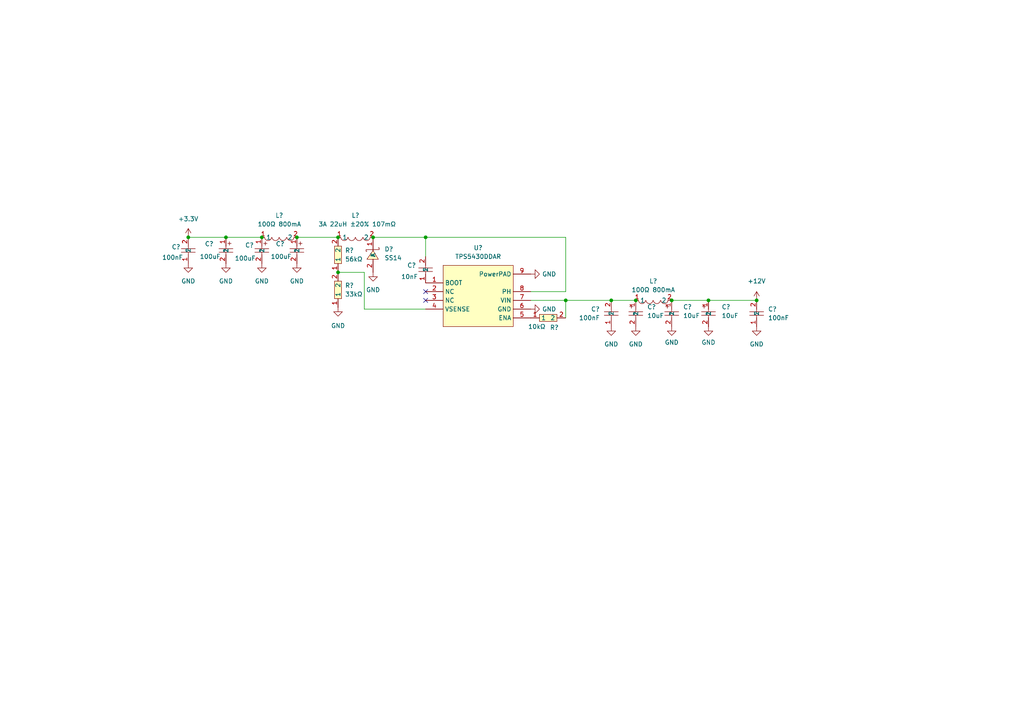
<source format=kicad_sch>
(kicad_sch (version 20211123) (generator eeschema)
  (paper "A4")
  (lib_symbols
    (symbol "easyeda2kicad: 3A 22uH ±20% 107mΩ"
      (property "Reference" "L" (at 0 5.08 0))
      (property "Value" " 3A 22uH ±20% 107mΩ" (at 0 -5.08 0))
      (symbol " 3A 22uH ±20% 107mΩ_0_1"
        (arc (start -4.29 -0.02) (mid -2.81 -1.01) (end -2.27 -0.02))
        (arc (start -2.13 -0.02) (mid -0.66 -1.01) (end -0.11 -0.02))
        (arc (start 0.02 -0.02) (mid 1.49 -1.01) (end 2.04 -0.02))
        (arc (start 2.21 -0.02) (mid 3.68 -1.01) (end 4.23 -0.02))
        (pin unspecified line (at -5.08 0 0) (length 0.762) (name "1") (number "1"))
        (pin unspecified line (at 5.08 0 180) (length 0.762) (name "2") (number "2"))
      )
    )
    (symbol "easyeda2kicad:100uF 6.3V Tantal 3528"
      (property "Reference" "C" (at 0 5.08 0))
      (property "Value" "100uF 6.3V Tantal 3528" (at 0 -5.08 0))
      (symbol "100uF 6.3V Tantal 3528_0_1"
        (polyline (pts (xy -0.51 0) (xy -1.27 0)))
        (polyline (pts (xy -0.51 2.03) (xy -0.51 -2.03)))
        (polyline (pts (xy 0.51 2.03) (xy 0.51 -2.03)))
        (polyline (pts (xy 1.27 0) (xy 0.51 0)))
        (polyline (pts (xy 2.03 1.52) (xy 2.03 0.51)))
        (polyline (pts (xy 2.54 1.02) (xy 1.52 1.02)))
        (pin input line (at 3.81 0 180) (length 2.54) (name "1") (number "1"))
        (pin input line (at -3.81 0 0) (length 2.54) (name "2") (number "2"))
      )
    )
    (symbol "easyeda2kicad:100Ω 800mA"
      (property "Reference" "L" (at 0 5.08 0))
      (property "Value" "100Ω 800mA" (at 0 -5.08 0))
      (symbol "100Ω 800mA_0_1"
        (arc (start -4.29 -0.02) (mid -2.52 -0.79) (end -2.27 -0.02))
        (arc (start -2.13 -0.02) (mid -0.36 -0.79) (end -0.11 -0.02))
        (arc (start 0.02 -0.02) (mid 1.79 -0.79) (end 2.04 -0.02))
        (arc (start 2.21 -0.02) (mid 3.3 -1.12) (end 4.23 -0.02))
        (pin unspecified line (at -5.08 0 0) (length 0.762) (name "1") (number "1"))
        (pin unspecified line (at 5.08 0 180) (length 0.762) (name "2") (number "2"))
      )
    )
    (symbol "easyeda2kicad:10kΩ 0402 50V"
      (property "Reference" "R" (at 0 5.08 0))
      (property "Value" "10kΩ 0402 50V" (at 0 -5.08 0))
      (symbol "10kΩ 0402 50V_0_1"
        (rectangle (start -2.54 1.02) (end 2.54 -1.02) (fill (type background)))
        (pin input line (at -5.08 0 0) (length 2.54) (name "1") (number "1"))
        (pin input line (at 5.08 0 180) (length 2.54) (name "2") (number "2"))
      )
    )
    (symbol "easyeda2kicad:10uF 16V Tantal 3216"
      (property "Reference" "C" (at 0 5.08 0))
      (property "Value" "10uF 16V Tantal 3216" (at 0 -5.08 0))
      (symbol "10uF 16V Tantal 3216_0_1"
        (polyline (pts (xy -0.51 -2.03) (xy -0.51 2.03)))
        (polyline (pts (xy -0.51 0) (xy -1.27 0)))
        (polyline (pts (xy 0.51 -2.03) (xy 0.51 2.03)))
        (polyline (pts (xy 1.27 0) (xy 0.51 0)))
        (polyline (pts (xy 1.52 1.27) (xy 2.54 1.27)))
        (polyline (pts (xy 2.03 1.78) (xy 2.03 0.76)))
        (pin input line (at 3.81 0 180) (length 2.54) (name "1") (number "1"))
        (pin input line (at -3.81 0 0) (length 2.54) (name "2") (number "2"))
      )
    )
    (symbol "easyeda2kicad:16V 100nF X7R ±10% 0402"
      (property "Reference" "C" (at 0 5.08 0))
      (property "Value" "16V 100nF X7R ±10% 0402" (at 0 -5.08 0))
      (symbol "16V 100nF X7R ±10% 0402_0_1"
        (polyline (pts (xy -1.27 0) (xy -0.51 0)))
        (polyline (pts (xy -0.51 2.03) (xy -0.51 -2.03)))
        (polyline (pts (xy 0.51 0) (xy 1.27 0)))
        (polyline (pts (xy 0.51 2.03) (xy 0.51 -2.03)))
        (pin input line (at -3.81 0 0) (length 2.54) (name "1") (number "1"))
        (pin input line (at 3.81 0 180) (length 2.54) (name "2") (number "2"))
      )
    )
    (symbol "easyeda2kicad:33kΩ 0402 50V"
      (property "Reference" "R" (at 0 5.08 0))
      (property "Value" "33kΩ 0402 50V" (at 0 -5.08 0))
      (symbol "33kΩ 0402 50V_0_1"
        (rectangle (start -2.54 1.02) (end 2.54 -1.02) (fill (type background)))
        (pin input line (at -5.08 0 0) (length 2.54) (name "1") (number "1"))
        (pin input line (at 5.08 0 180) (length 2.54) (name "2") (number "2"))
      )
    )
    (symbol "easyeda2kicad:50V 10nF X7R ±10% 0402"
      (property "Reference" "C" (at 0 5.08 0))
      (property "Value" "50V 10nF X7R ±10% 0402" (at 0 -5.08 0))
      (symbol "50V 10nF X7R ±10% 0402_0_1"
        (polyline (pts (xy -1.27 0) (xy -0.51 0)))
        (polyline (pts (xy -0.51 2.03) (xy -0.51 -2.03)))
        (polyline (pts (xy 0.51 0) (xy 1.27 0)))
        (polyline (pts (xy 0.51 2.03) (xy 0.51 -2.03)))
        (pin input line (at -3.81 0 0) (length 2.54) (name "1") (number "1"))
        (pin input line (at 3.81 0 180) (length 2.54) (name "2") (number "2"))
      )
    )
    (symbol "easyeda2kicad:56kΩ 0402 50V"
      (property "Reference" "R" (at 0 5.08 0))
      (property "Value" "56kΩ 0402 50V" (at 0 -5.08 0))
      (symbol "56kΩ 0402 50V_0_1"
        (rectangle (start -2.54 1.02) (end 2.54 -1.02) (fill (type background)))
        (pin input line (at -5.08 0 0) (length 2.54) (name "1") (number "1"))
        (pin input line (at 5.08 0 180) (length 2.54) (name "2") (number "2"))
      )
    )
    (symbol "easyeda2kicad:SS14"
      (property "Reference" "D" (at 0 5.08 0))
      (property "Value" "SS14" (at 0 -5.08 0))
      (symbol "SS14_0_1"
        (polyline (pts (xy 1.27 1.52) (xy -1.27 0) (xy 1.27 -1.78) (xy 1.27 1.52)) (fill (type background)))
        (polyline (pts (xy -2.03 1.52) (xy -2.03 1.78) (xy -1.52 1.78) (xy -1.52 -2.03) (xy -1.02 -2.03) (xy -1.02 -1.78)))
        (pin unspecified line (at -5.08 0 0) (length 3.81) (name "K") (number "1"))
        (pin unspecified line (at 5.08 0 180) (length 3.81) (name "A") (number "2"))
      )
    )
    (symbol "easyeda2kicad:TPS5430DDAR"
      (property "Reference" "U" (at 0 11.43 0))
      (property "Value" "TPS5430DDAR" (at 0 -11.43 0))
      (symbol "TPS5430DDAR_0_1"
        (rectangle (start -10.16 8.89) (end 10.16 -8.89) (fill (type background)))
        (pin unspecified line (at -15.24 3.81 0) (length 5.08) (name "BOOT") (number "1"))
        (pin unspecified line (at -15.24 1.27 0) (length 5.08) (name "NC") (number "2"))
        (pin unspecified line (at -15.24 -1.27 0) (length 5.08) (name "NC") (number "3"))
        (pin unspecified line (at -15.24 -3.81 0) (length 5.08) (name "VSENSE") (number "4"))
        (pin unspecified line (at 15.24 -6.35 180) (length 5.08) (name "ENA") (number "5"))
        (pin unspecified line (at 15.24 -3.81 180) (length 5.08) (name "GND") (number "6"))
        (pin unspecified line (at 15.24 -1.27 180) (length 5.08) (name "VIN") (number "7"))
        (pin unspecified line (at 15.24 1.27 180) (length 5.08) (name "PH") (number "8"))
        (pin unspecified line (at 15.24 6.35 180) (length 5.08) (name "PowerPAD") (number "9"))
      )
    )
    (symbol "power:+12V" (power) (pin_names (offset 0))
      (property "Value" "+12V" (at 0 3.556 0))
      (symbol "+12V_0_1"
        (polyline (pts (xy -0.762 1.27) (xy 0 2.54)))
        (polyline (pts (xy 0 0) (xy 0 2.54)))
        (polyline (pts (xy 0 2.54) (xy 0.762 1.27)))
      )
      (symbol "+12V_1_1"
        (pin power_in line (at 0 0 90) (length 0) hide (name "+12V") (number "1"))
      )
    )
    (symbol "power:+3.3V" (power) (pin_names (offset 0))
      (property "Value" "+3.3V" (at 0 3.556 0))
      (symbol "+3.3V_0_1"
        (polyline (pts (xy -0.762 1.27) (xy 0 2.54)))
        (polyline (pts (xy 0 0) (xy 0 2.54)))
        (polyline (pts (xy 0 2.54) (xy 0.762 1.27)))
      )
      (symbol "+3.3V_1_1"
        (pin power_in line (at 0 0 90) (length 0) hide (name "+3.3V") (number "1"))
      )
    )
    (symbol "power:GND" (power) (pin_names (offset 0))
      (property "Value" "GND" (at 0 -3.81 0))
      (symbol "GND_0_1"
        (polyline (pts (xy 0 0) (xy 0 -1.27) (xy 1.27 -1.27) (xy 0 -2.54) (xy -1.27 -1.27) (xy 0 -1.27)))
      )
      (symbol "GND_1_1"
        (pin power_in line (at 0 0 270) (length 0) hide (name "GND") (number "1"))
      )
    )
  )
  (junction (at 54.61 68.834))
  (junction (at 86.106 68.834))
  (junction (at 194.818 87.122))
  (junction (at 177.292 87.122))
  (junction (at 184.404 87.122))
  (junction (at 164.084 87.122))
  (junction (at 108.204 68.834))
  (junction (at 65.532 68.834))
  (junction (at 75.946 68.834))
  (junction (at 98.044 68.834))
  (junction (at 98.044 78.994))
  (junction (at 205.486 87.122))
  (junction (at 123.444 68.834))
  (junction (at 219.456 87.122))
  (no_connect (at 123.444 84.582))
  (no_connect (at 123.444 87.122))
  (wire (pts (xy 164.084 87.122) (xy 177.292 87.122)))
  (wire (pts (xy 108.204 68.834) (xy 123.444 68.834)))
  (wire (pts (xy 105.664 89.662) (xy 105.664 78.994)))
  (wire (pts (xy 123.444 89.662) (xy 105.664 89.662)))
  (wire (pts (xy 177.292 87.122) (xy 184.404 87.122)))
  (wire (pts (xy 123.444 74.422) (xy 123.444 68.834)))
  (wire (pts (xy 164.084 84.582) (xy 153.924 84.582)))
  (wire (pts (xy 164.084 87.122) (xy 153.924 87.122)))
  (wire (pts (xy 105.664 78.994) (xy 98.044 78.994)))
  (wire (pts (xy 164.084 92.202) (xy 164.084 87.122)))
  (wire (pts (xy 194.818 87.122) (xy 205.486 87.122)))
  (wire (pts (xy 194.564 87.122) (xy 194.818 87.122)))
  (wire (pts (xy 65.532 68.834) (xy 75.946 68.834)))
  (wire (pts (xy 164.084 68.834) (xy 164.084 84.582)))
  (wire (pts (xy 98.044 68.834) (xy 86.106 68.834)))
  (wire (pts (xy 54.61 68.834) (xy 65.532 68.834)))
  (wire (pts (xy 205.486 87.122) (xy 219.456 87.122)))
  (wire (pts (xy 123.444 68.834) (xy 164.084 68.834)))
  (symbol (lib_id "easyeda2kicad:100uF 6.3V Tantal 3528") (at 75.946 72.644 270) (mirror x) (unit 1)
    (property "Reference" "C?" (at 73.66 71.12 90) (effects (justify right)))
    (property "Value" "100uF" (at 74.168 74.93 90) (effects (justify right)))
    (property "Footprint" "easyeda2kicad:CAP-SMD_L3.5-W2.8" (effects hide))
    (property "Datasheet" "https://lcsc.com/product-detail/Tantalum-Capacitors_AVX_TAJB107K006RNJ_100uF-107-10-6-3V_C16133.html" (effects hide))
    (property "Manufacturer" "Kyocera AVX" (effects hide))
    (property "LCSC Part" "C16133" (effects hide))
    (property "JLC Part" "Basic Part" (effects hide))
  )
  (symbol (lib_id "easyeda2kicad:16V 100nF X7R ±10% 0402") (at 219.456 90.932 90) (unit 1)
    (property "Reference" "C?" (at 222.758 89.6619 90) (effects (justify right)))
    (property "Value" "100nF" (at 222.758 92.2019 90) (effects (justify right)))
    (property "Footprint" "easyeda2kicad:C0402_NEW" (effects hide))
    (property "Datasheet" "https://lcsc.com/product-detail/Multilayer-Ceramic-Capacitors-MLCC-SMD-SMT_SAMSUNG_CL05B104KO5NNNC_100nF-104-10-16V_C1525.html" (effects hide))
    (property "Manufacturer" "SAMSUNG(三星)" (effects hide))
    (property "LCSC Part" "C1525" (effects hide))
    (property "JLC Part" "Basic Part" (effects hide))
  )
  (symbol (lib_id "easyeda2kicad:33kΩ 0402 50V") (at 98.044 84.074 90) (unit 1)
    (property "Reference" "R?" (at 100.076 82.8039 90) (effects (justify right)))
    (property "Value" "33kΩ" (at 100.076 85.3439 90) (effects (justify right)))
    (property "Footprint" "easyeda2kicad:R0402" (effects hide))
    (property "Datasheet" "https://lcsc.com/product-detail/Chip-Resistor-Surface-Mount-UniOhm_33KR-3302-1_C25779.html" (effects hide))
    (property "Manufacturer" "UNI-ROYAL(厚声)" (effects hide))
    (property "LCSC Part" "C25779" (effects hide))
    (property "JLC Part" "Basic Part" (effects hide))
  )
  (symbol (lib_id "power:GND") (at 98.044 89.154 0) (unit 1)
    (property "Reference" "#PWR?" (effects hide))
    (property "Value" "GND" (at 98.044 94.488 0))
  )
  (symbol (lib_id "easyeda2kicad:10uF 16V Tantal 3216") (at 194.818 90.932 90) (unit 1)
    (property "Reference" "C?" (at 198.12 89.0269 90) (effects (justify right)))
    (property "Value" "10uF " (at 198.12 91.5669 90) (effects (justify right)))
    (property "Footprint" "easyeda2kicad:CAP-SMD_L3.2-W1.6-RD-C7171" (effects hide))
    (property "Datasheet" "https://lcsc.com/product-detail/Tantalum-Capacitors_AVX_TAJA106K016RNJ_10uF-106-10-16V_C7171.html" (effects hide))
    (property "Manufacturer" "Kyocera AVX" (effects hide))
    (property "LCSC Part" "C7171" (effects hide))
    (property "JLC Part" "Basic Part" (effects hide))
  )
  (symbol (lib_id "easyeda2kicad:100uF 6.3V Tantal 3528") (at 86.106 72.644 270) (mirror x) (unit 1)
    (property "Reference" "C?" (at 82.55 70.7389 90) (effects (justify right)))
    (property "Value" "100uF" (at 84.582 74.422 90) (effects (justify right)))
    (property "Footprint" "easyeda2kicad:CAP-SMD_L3.5-W2.8" (effects hide))
    (property "Datasheet" "https://lcsc.com/product-detail/Tantalum-Capacitors_AVX_TAJB107K006RNJ_100uF-107-10-6-3V_C16133.html" (effects hide))
    (property "Manufacturer" "Kyocera AVX" (effects hide))
    (property "LCSC Part" "C16133" (effects hide))
    (property "JLC Part" "Basic Part" (effects hide))
  )
  (symbol (lib_id "power:GND") (at 177.292 94.742 0) (mirror y) (unit 1)
    (property "Reference" "#PWR?" (effects hide))
    (property "Value" "GND" (at 177.292 99.822 0))
  )
  (symbol (lib_id "easyeda2kicad:100Ω 800mA") (at 81.026 68.834 0) (unit 1)
    (property "Reference" "L?" (at 81.026 62.484 0))
    (property "Value" "100Ω 800mA" (at 81.026 65.024 0))
    (property "Footprint" "easyeda2kicad:L0805" (effects hide))
    (property "Datasheet" "https://lcsc.com/product-detail/Ferrite-Beads-And-Chips_100R-25-100MHz_C1015.html" (effects hide))
    (property "Manufacturer" "Sunlord(顺络)" (effects hide))
    (property "LCSC Part" "C1015" (effects hide))
    (property "JLC Part" "Basic Part" (effects hide))
  )
  (symbol (lib_id "easyeda2kicad:TPS5430DDAR") (at 138.684 85.852 0) (unit 1)
    (property "Reference" "U?" (at 138.684 71.882 0))
    (property "Value" "TPS5430DDAR" (at 138.684 74.422 0))
    (property "Footprint" "easyeda2kicad:ESOP-8_L4.9-W3.9-P1.27-LS6.0-TL-EP" (effects hide))
    (property "Datasheet" "https://lcsc.com/product-detail/DC-DC-Converters_TI_TPS5430DDAR_TPS5430DDAR_C9864.html" (effects hide))
    (property "Manufacturer" "TI(德州仪器)" (effects hide))
    (property "LCSC Part" "C9864" (effects hide))
    (property "JLC Part" "Basic Part" (effects hide))
  )
  (symbol (lib_id "power:GND") (at 153.924 89.662 90) (unit 1)
    (property "Reference" "#PWR?" (effects hide))
    (property "Value" "GND" (at 157.226 89.6619 90) (effects (justify right)))
  )
  (symbol (lib_id "easyeda2kicad:56kΩ 0402 50V") (at 98.044 73.914 90) (unit 1)
    (property "Reference" "R?" (at 100.076 72.6439 90) (effects (justify right)))
    (property "Value" "56kΩ" (at 100.076 75.1839 90) (effects (justify right)))
    (property "Footprint" "easyeda2kicad:R0402" (effects hide))
    (property "Datasheet" "https://lcsc.com/product-detail/Chip-Resistor-Surface-Mount-UniOhm_56KR-5602-1_C25796.html" (effects hide))
    (property "Manufacturer" "UNI-ROYAL(厚声)" (effects hide))
    (property "LCSC Part" "C25796" (effects hide))
    (property "JLC Part" "Basic Part" (effects hide))
  )
  (symbol (lib_id "power:+3.3V") (at 54.61 68.834 0) (unit 1)
    (property "Reference" "#PWR?" (effects hide))
    (property "Value" "+3.3V" (at 54.61 63.5 0))
  )
  (symbol (lib_id "easyeda2kicad:10kΩ 0402 50V") (at 159.004 92.202 0) (unit 1)
    (property "Reference" "R?" (at 160.782 94.996 0))
    (property "Value" "10kΩ" (at 155.702 94.742 0))
    (property "Footprint" "easyeda2kicad:R0402" (effects hide))
    (property "Datasheet" "https://lcsc.com/product-detail/Chip-Resistor-Surface-Mount-UniOhm_10KR-1002-1_C25744.html" (effects hide))
    (property "Manufacturer" "UNI-ROYAL(厚声)" (effects hide))
    (property "LCSC Part" "C25744" (effects hide))
    (property "JLC Part" "Basic Part" (effects hide))
  )
  (symbol (lib_id "power:+12V") (at 219.456 87.122 0) (unit 1)
    (property "Reference" "#PWR?" (effects hide))
    (property "Value" "+12V" (at 219.456 81.534 0))
  )
  (symbol (lib_id "easyeda2kicad:SS14") (at 108.204 73.914 270) (unit 1)
    (property "Reference" "D?" (at 111.506 72.2639 90) (effects (justify left)))
    (property "Value" "SS14" (at 111.506 74.8039 90) (effects (justify left)))
    (property "Footprint" "easyeda2kicad:SMA_L4.2-W2.6-LS5.3-RD" (effects hide))
    (property "Datasheet" "https://lcsc.com/product-detail/Schottky-Barrier-Diodes-SBD_SS14_C2480.html" (effects hide))
    (property "Manufacturer" "MDD" (effects hide))
    (property "LCSC Part" "C2480" (effects hide))
    (property "JLC Part" "Basic Part" (effects hide))
  )
  (symbol (lib_id "easyeda2kicad:16V 100nF X7R ±10% 0402") (at 177.292 90.932 270) (mirror x) (unit 1)
    (property "Reference" "C?" (at 173.99 89.6619 90) (effects (justify right)))
    (property "Value" "100nF" (at 173.99 92.2019 90) (effects (justify right)))
    (property "Footprint" "easyeda2kicad:C0402_NEW" (effects hide))
    (property "Datasheet" "https://lcsc.com/product-detail/Multilayer-Ceramic-Capacitors-MLCC-SMD-SMT_SAMSUNG_CL05B104KO5NNNC_100nF-104-10-16V_C1525.html" (effects hide))
    (property "Manufacturer" "SAMSUNG(三星)" (effects hide))
    (property "LCSC Part" "C1525" (effects hide))
    (property "JLC Part" "Basic Part" (effects hide))
  )
  (symbol (lib_id "power:GND") (at 86.106 76.454 0) (unit 1)
    (property "Reference" "#PWR?" (effects hide))
    (property "Value" "GND" (at 86.106 81.534 0))
  )
  (symbol (lib_id "power:GND") (at 194.818 94.742 0) (unit 1)
    (property "Reference" "#PWR?" (effects hide))
    (property "Value" "GND" (at 194.818 99.314 0))
  )
  (symbol (lib_id "easyeda2kicad:100uF 6.3V Tantal 3528") (at 65.532 72.644 270) (mirror x) (unit 1)
    (property "Reference" "C?" (at 61.976 70.7389 90) (effects (justify right)))
    (property "Value" "100uF" (at 64.008 74.422 90) (effects (justify right)))
    (property "Footprint" "easyeda2kicad:CAP-SMD_L3.5-W2.8" (effects hide))
    (property "Datasheet" "https://lcsc.com/product-detail/Tantalum-Capacitors_AVX_TAJB107K006RNJ_100uF-107-10-6-3V_C16133.html" (effects hide))
    (property "Manufacturer" "Kyocera AVX" (effects hide))
    (property "LCSC Part" "C16133" (effects hide))
    (property "JLC Part" "Basic Part" (effects hide))
  )
  (symbol (lib_id "easyeda2kicad: 3A 22uH ±20% 107mΩ") (at 103.124 68.834 0) (unit 1)
    (property "Reference" "L?" (at 103.124 62.484 0))
    (property "Value" " 3A 22uH ±20% 107mΩ" (at 103.124 65.024 0))
    (property "Footprint" "easyeda2kicad:IND-SMD_L7.3-W6.6" (effects hide))
    (property "Datasheet" "https://lcsc.com/product-detail/Power-Inductors_YJYCOIN-YSPI0740-220M_C718397.html" (effects hide))
    (property "Manufacturer" "YJYCOIN(益嘉源)" (effects hide))
    (property "LCSC Part" "C718397" (effects hide))
    (property "JLC Part" "Extended Part" (effects hide))
  )
  (symbol (lib_id "easyeda2kicad:10uF 16V Tantal 3216") (at 205.486 90.932 90) (unit 1)
    (property "Reference" "C?" (at 209.296 89.0269 90) (effects (justify right)))
    (property "Value" "10uF " (at 209.296 91.5669 90) (effects (justify right)))
    (property "Footprint" "easyeda2kicad:CAP-SMD_L3.2-W1.6-RD-C7171" (effects hide))
    (property "Datasheet" "https://lcsc.com/product-detail/Tantalum-Capacitors_AVX_TAJA106K016RNJ_10uF-106-10-16V_C7171.html" (effects hide))
    (property "Manufacturer" "Kyocera AVX" (effects hide))
    (property "LCSC Part" "C7171" (effects hide))
    (property "JLC Part" "Basic Part" (effects hide))
  )
  (symbol (lib_id "power:GND") (at 54.61 76.454 0) (unit 1)
    (property "Reference" "#PWR?" (effects hide))
    (property "Value" "GND" (at 54.61 81.534 0))
  )
  (symbol (lib_id "power:GND") (at 65.532 76.454 0) (unit 1)
    (property "Reference" "#PWR?" (effects hide))
    (property "Value" "GND" (at 65.532 81.534 0))
  )
  (symbol (lib_id "power:GND") (at 108.204 78.994 0) (unit 1)
    (property "Reference" "#PWR?" (effects hide))
    (property "Value" "GND" (at 108.204 84.074 0))
  )
  (symbol (lib_id "easyeda2kicad:50V 10nF X7R ±10% 0402") (at 123.444 78.232 90) (unit 1)
    (property "Reference" "C?" (at 118.11 76.962 90) (effects (justify right)))
    (property "Value" "10nF" (at 116.332 80.264 90) (effects (justify right)))
    (property "Footprint" "easyeda2kicad:C0402" (effects hide))
    (property "Datasheet" "https://lcsc.com/product-detail/Multilayer-Ceramic-Capacitors-MLCC-SMD-SMT_SAMSUNG_CL05B103KB5NNNC_10nF-103-10-50V_C15195.html" (effects hide))
    (property "Manufacturer" "SAMSUNG(三星)" (effects hide))
    (property "LCSC Part" "C15195" (effects hide))
    (property "JLC Part" "Basic Part" (effects hide))
  )
  (symbol (lib_id "easyeda2kicad:16V 100nF X7R ±10% 0402") (at 54.61 72.644 90) (unit 1)
    (property "Reference" "C?" (at 49.784 71.628 90) (effects (justify right)))
    (property "Value" "100nF" (at 46.99 74.676 90) (effects (justify right)))
    (property "Footprint" "easyeda2kicad:C0402_NEW" (effects hide))
    (property "Datasheet" "https://lcsc.com/product-detail/Multilayer-Ceramic-Capacitors-MLCC-SMD-SMT_SAMSUNG_CL05B104KO5NNNC_100nF-104-10-16V_C1525.html" (effects hide))
    (property "Manufacturer" "SAMSUNG(三星)" (effects hide))
    (property "LCSC Part" "C1525" (effects hide))
    (property "JLC Part" "Basic Part" (effects hide))
  )
  (symbol (lib_id "power:GND") (at 153.924 79.502 90) (unit 1)
    (property "Reference" "#PWR?" (effects hide))
    (property "Value" "GND" (at 157.226 79.5019 90) (effects (justify right)))
  )
  (symbol (lib_id "easyeda2kicad:100Ω 800mA") (at 189.484 87.122 0) (unit 1)
    (property "Reference" "L?" (at 189.484 81.534 0))
    (property "Value" "100Ω 800mA" (at 189.484 84.074 0))
    (property "Footprint" "easyeda2kicad:L0805" (effects hide))
    (property "Datasheet" "https://lcsc.com/product-detail/Ferrite-Beads-And-Chips_100R-25-100MHz_C1015.html" (effects hide))
    (property "Manufacturer" "Sunlord(顺络)" (effects hide))
    (property "LCSC Part" "C1015" (effects hide))
    (property "JLC Part" "Basic Part" (effects hide))
  )
  (symbol (lib_id "power:GND") (at 184.404 94.742 0) (unit 1)
    (property "Reference" "#PWR?" (effects hide))
    (property "Value" "GND" (at 184.404 99.822 0))
  )
  (symbol (lib_id "power:GND") (at 75.946 76.454 0) (unit 1)
    (property "Reference" "#PWR?" (effects hide))
    (property "Value" "GND" (at 75.946 81.534 0))
  )
  (symbol (lib_id "easyeda2kicad:10uF 16V Tantal 3216") (at 184.404 90.932 90) (unit 1)
    (property "Reference" "C?" (at 187.706 89.0269 90) (effects (justify right)))
    (property "Value" "10uF " (at 187.706 91.5669 90) (effects (justify right)))
    (property "Footprint" "easyeda2kicad:CAP-SMD_L3.2-W1.6-RD-C7171" (effects hide))
    (property "Datasheet" "https://lcsc.com/product-detail/Tantalum-Capacitors_AVX_TAJA106K016RNJ_10uF-106-10-16V_C7171.html" (effects hide))
    (property "Manufacturer" "Kyocera AVX" (effects hide))
    (property "LCSC Part" "C7171" (effects hide))
    (property "JLC Part" "Basic Part" (effects hide))
  )
  (symbol (lib_id "power:GND") (at 205.486 94.742 0) (unit 1)
    (property "Reference" "#PWR?" (effects hide))
    (property "Value" "GND" (at 205.486 99.314 0))
  )
  (symbol (lib_id "power:GND") (at 219.456 94.742 0) (unit 1)
    (property "Reference" "#PWR?" (effects hide))
    (property "Value" "GND" (at 219.456 99.822 0))
  )
)
</source>
